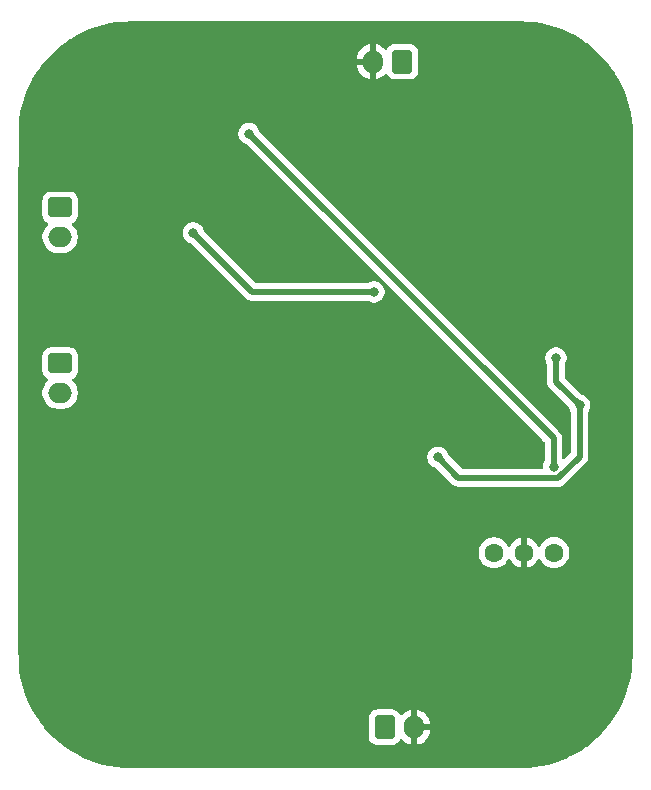
<source format=gbr>
%TF.GenerationSoftware,KiCad,Pcbnew,9.0.4*%
%TF.CreationDate,2025-11-05T15:34:37+01:00*%
%TF.ProjectId,FliperKAd,466c6970-6572-44b4-9164-2e6b69636164,rev?*%
%TF.SameCoordinates,Original*%
%TF.FileFunction,Copper,L2,Bot*%
%TF.FilePolarity,Positive*%
%FSLAX46Y46*%
G04 Gerber Fmt 4.6, Leading zero omitted, Abs format (unit mm)*
G04 Created by KiCad (PCBNEW 9.0.4) date 2025-11-05 15:34:37*
%MOMM*%
%LPD*%
G01*
G04 APERTURE LIST*
G04 Aperture macros list*
%AMRoundRect*
0 Rectangle with rounded corners*
0 $1 Rounding radius*
0 $2 $3 $4 $5 $6 $7 $8 $9 X,Y pos of 4 corners*
0 Add a 4 corners polygon primitive as box body*
4,1,4,$2,$3,$4,$5,$6,$7,$8,$9,$2,$3,0*
0 Add four circle primitives for the rounded corners*
1,1,$1+$1,$2,$3*
1,1,$1+$1,$4,$5*
1,1,$1+$1,$6,$7*
1,1,$1+$1,$8,$9*
0 Add four rect primitives between the rounded corners*
20,1,$1+$1,$2,$3,$4,$5,0*
20,1,$1+$1,$4,$5,$6,$7,0*
20,1,$1+$1,$6,$7,$8,$9,0*
20,1,$1+$1,$8,$9,$2,$3,0*%
G04 Aperture macros list end*
%TA.AperFunction,ComponentPad*%
%ADD10C,0.800000*%
%TD*%
%TA.AperFunction,ComponentPad*%
%ADD11C,6.400000*%
%TD*%
%TA.AperFunction,ComponentPad*%
%ADD12RoundRect,0.250000X-0.600000X-0.750000X0.600000X-0.750000X0.600000X0.750000X-0.600000X0.750000X0*%
%TD*%
%TA.AperFunction,ComponentPad*%
%ADD13O,1.700000X2.000000*%
%TD*%
%TA.AperFunction,ComponentPad*%
%ADD14RoundRect,0.250000X-0.750000X0.600000X-0.750000X-0.600000X0.750000X-0.600000X0.750000X0.600000X0*%
%TD*%
%TA.AperFunction,ComponentPad*%
%ADD15O,2.000000X1.700000*%
%TD*%
%TA.AperFunction,ComponentPad*%
%ADD16RoundRect,0.800000X0.000010X0.000010X-0.000010X0.000010X-0.000010X-0.000010X0.000010X-0.000010X0*%
%TD*%
%TA.AperFunction,ComponentPad*%
%ADD17RoundRect,0.250000X0.600000X0.750000X-0.600000X0.750000X-0.600000X-0.750000X0.600000X-0.750000X0*%
%TD*%
%TA.AperFunction,ViaPad*%
%ADD18C,0.800000*%
%TD*%
%TA.AperFunction,Conductor*%
%ADD19C,0.500000*%
%TD*%
G04 APERTURE END LIST*
D10*
%TO.P,H1,1,1*%
%TO.N,GND*%
X182600000Y-66900000D03*
X183302944Y-65202944D03*
X183302944Y-68597056D03*
X185000000Y-64500000D03*
D11*
X185000000Y-66900000D03*
D10*
X185000000Y-69300000D03*
X186697056Y-65202944D03*
X186697056Y-68597056D03*
X187400000Y-66900000D03*
%TD*%
D12*
%TO.P,J5,1,Pin_1*%
%TO.N,+24V*%
X208500000Y-119250000D03*
D13*
%TO.P,J5,2,Pin_2*%
%TO.N,GND*%
X211000000Y-119250000D03*
%TD*%
D10*
%TO.P,H2,1,1*%
%TO.N,GND*%
X218600000Y-66900000D03*
X219302944Y-65202944D03*
X219302944Y-68597056D03*
X221000000Y-64500000D03*
D11*
X221000000Y-66900000D03*
D10*
X221000000Y-69300000D03*
X222697056Y-65202944D03*
X222697056Y-68597056D03*
X223400000Y-66900000D03*
%TD*%
D14*
%TO.P,J3,1,Pin_1*%
%TO.N,+24V*%
X181025000Y-75250000D03*
D15*
%TO.P,J3,2,Pin_2*%
%TO.N,Sortie-Sol\u00E9noideA*%
X181025000Y-77750000D03*
%TD*%
D10*
%TO.P,H3,1,1*%
%TO.N,GND*%
X218600000Y-116250000D03*
X219302944Y-114552944D03*
X219302944Y-117947056D03*
X221000000Y-113850000D03*
D11*
X221000000Y-116250000D03*
D10*
X221000000Y-118650000D03*
X222697056Y-114552944D03*
X222697056Y-117947056D03*
X223400000Y-116250000D03*
%TD*%
D16*
%TO.P,U5,1,Vin*%
%TO.N,+24V*%
X217750000Y-104480000D03*
%TO.P,U5,2,Gnd*%
%TO.N,GND*%
X220295000Y-104470000D03*
%TO.P,U5,3,Vout*%
%TO.N,/12test*%
X222850000Y-104470000D03*
%TD*%
D10*
%TO.P,H4,1,1*%
%TO.N,GND*%
X182600000Y-116250000D03*
X183302944Y-114552944D03*
X183302944Y-117947056D03*
X185000000Y-113850000D03*
D11*
X185000000Y-116250000D03*
D10*
X185000000Y-118650000D03*
X186697056Y-114552944D03*
X186697056Y-117947056D03*
X187400000Y-116250000D03*
%TD*%
D17*
%TO.P,J1,1,Pin_1*%
%TO.N,Bouton_Actif*%
X210000000Y-62900000D03*
D13*
%TO.P,J1,2,Pin_2*%
%TO.N,GND*%
X207500000Y-62900000D03*
%TD*%
D14*
%TO.P,J4,1,Pin_1*%
%TO.N,+24V*%
X181025000Y-88450000D03*
D15*
%TO.P,J4,2,Pin_2*%
%TO.N,Sortie-Sol\u00E9noideB*%
X181025000Y-90950000D03*
%TD*%
D18*
%TO.N,+24V*%
X225000000Y-92000000D03*
X223000000Y-88000000D03*
X213000000Y-96400000D03*
%TO.N,GND*%
X221780000Y-86025000D03*
X227000000Y-85000000D03*
X210600000Y-96400000D03*
X196000000Y-86000000D03*
X199000000Y-86000000D03*
X227000000Y-91000000D03*
X202200000Y-78400000D03*
X227000000Y-65000000D03*
X190000000Y-64000000D03*
X210000000Y-79900000D03*
X213000000Y-114000000D03*
X223000000Y-72000000D03*
X218100000Y-81400000D03*
X227000000Y-114000000D03*
X189000000Y-93800000D03*
X203000000Y-61000000D03*
X227000000Y-69000000D03*
X227000000Y-88000000D03*
X215000000Y-61000000D03*
X202000000Y-120000000D03*
X205000000Y-84000000D03*
X222300000Y-92100000D03*
X196000000Y-74000000D03*
X227000000Y-72000000D03*
X203000000Y-64000000D03*
X219000000Y-72000000D03*
X227000000Y-111000000D03*
X192000000Y-86000000D03*
X216000000Y-77000000D03*
X216000000Y-112000000D03*
X207800000Y-77800000D03*
X227000000Y-118000000D03*
X223000000Y-61000000D03*
X216000000Y-96000000D03*
X206000000Y-86000000D03*
X216000000Y-119000000D03*
X227000000Y-76000000D03*
X219000000Y-61000000D03*
X215000000Y-72000000D03*
X216000000Y-116000000D03*
X215000000Y-69000000D03*
X192000000Y-81000000D03*
X198000000Y-121000000D03*
X215000000Y-65000000D03*
%TO.N,+3.3V*%
X192300000Y-77400000D03*
X207600000Y-82400000D03*
%TO.N,+12V*%
X222800000Y-97200000D03*
X197000000Y-69000000D03*
%TD*%
D19*
%TO.N,+24V*%
X223193918Y-98151000D02*
X214751000Y-98151000D01*
X223000000Y-88000000D02*
X223000000Y-90000000D01*
X223000000Y-90000000D02*
X225000000Y-92000000D01*
X225000000Y-96344918D02*
X223193918Y-98151000D01*
X225000000Y-92000000D02*
X225000000Y-96344918D01*
X214751000Y-98151000D02*
X213000000Y-96400000D01*
%TO.N,+3.3V*%
X197300000Y-82400000D02*
X192300000Y-77400000D01*
X207600000Y-82400000D02*
X197300000Y-82400000D01*
%TO.N,+12V*%
X222800000Y-97200000D02*
X222800000Y-94800000D01*
X222800000Y-94800000D02*
X197000000Y-69000000D01*
%TD*%
%TA.AperFunction,Conductor*%
%TO.N,GND*%
G36*
X220011941Y-59500561D02*
G01*
X220602598Y-59519123D01*
X220610340Y-59519610D01*
X221196734Y-59575040D01*
X221204459Y-59576016D01*
X221786188Y-59668153D01*
X221793802Y-59669605D01*
X222368649Y-59798098D01*
X222376172Y-59800031D01*
X222941789Y-59964358D01*
X222949139Y-59966746D01*
X223503338Y-60166270D01*
X223510561Y-60169129D01*
X224048049Y-60401721D01*
X224051113Y-60403047D01*
X224058162Y-60406364D01*
X224582951Y-60673758D01*
X224589777Y-60677511D01*
X225096734Y-60977324D01*
X225103311Y-60981498D01*
X225590446Y-61312555D01*
X225596748Y-61317134D01*
X226062118Y-61678112D01*
X226068121Y-61683077D01*
X226424427Y-61997203D01*
X226505653Y-62068814D01*
X226509940Y-62072593D01*
X226515618Y-62077926D01*
X226932073Y-62494381D01*
X226937406Y-62500059D01*
X227326922Y-62941878D01*
X227331887Y-62947881D01*
X227692865Y-63413251D01*
X227697444Y-63419553D01*
X228028501Y-63906688D01*
X228032675Y-63913265D01*
X228332488Y-64420222D01*
X228336241Y-64427048D01*
X228603635Y-64951837D01*
X228606952Y-64958886D01*
X228840868Y-65499434D01*
X228843735Y-65506676D01*
X229043246Y-66060840D01*
X229045648Y-66068234D01*
X229209965Y-66633816D01*
X229211903Y-66641361D01*
X229340390Y-67216178D01*
X229341849Y-67223830D01*
X229433982Y-67805538D01*
X229434959Y-67813267D01*
X229490388Y-68399643D01*
X229490877Y-68407417D01*
X229509438Y-68998044D01*
X229509499Y-69001967D01*
X229499514Y-113126077D01*
X229499514Y-113126079D01*
X229499511Y-113134794D01*
X229499311Y-113135556D01*
X229499496Y-113199668D01*
X229499496Y-113199858D01*
X229499489Y-113199879D01*
X229499445Y-113203371D01*
X229482527Y-113795168D01*
X229482059Y-113802959D01*
X229428126Y-114390570D01*
X229427168Y-114398315D01*
X229336381Y-114981333D01*
X229334939Y-114989003D01*
X229207648Y-115565202D01*
X229205725Y-115572765D01*
X229042452Y-116139772D01*
X229040058Y-116147200D01*
X228841432Y-116702837D01*
X228838575Y-116710100D01*
X228605390Y-117252139D01*
X228602082Y-117259207D01*
X228335257Y-117785512D01*
X228331510Y-117792358D01*
X228032122Y-118300809D01*
X228027953Y-118307406D01*
X227697155Y-118796044D01*
X227692578Y-118802366D01*
X227331713Y-119269204D01*
X227326749Y-119275225D01*
X226937217Y-119718457D01*
X226931883Y-119724154D01*
X226515252Y-120141993D01*
X226509570Y-120147344D01*
X226067477Y-120538148D01*
X226061471Y-120543130D01*
X225595652Y-120905364D01*
X225589343Y-120909958D01*
X225101690Y-121242150D01*
X225095105Y-121246339D01*
X224587503Y-121547209D01*
X224580668Y-121550975D01*
X224055136Y-121819321D01*
X224048077Y-121822649D01*
X223506729Y-122057396D01*
X223499475Y-122060274D01*
X222944419Y-122260505D01*
X222936998Y-122262921D01*
X222370457Y-122427836D01*
X222362899Y-122429781D01*
X221787084Y-122558736D01*
X221779418Y-122560201D01*
X221196646Y-122652675D01*
X221188904Y-122653655D01*
X220601465Y-122709288D01*
X220593676Y-122709779D01*
X220002890Y-122728378D01*
X219998988Y-122728439D01*
X187000744Y-122728426D01*
X186996850Y-122728365D01*
X186959461Y-122727190D01*
X186407418Y-122709841D01*
X186399644Y-122709352D01*
X185813269Y-122653923D01*
X185805540Y-122652946D01*
X185223833Y-122560813D01*
X185216181Y-122559354D01*
X184641365Y-122430867D01*
X184633820Y-122428929D01*
X184068245Y-122264613D01*
X184060836Y-122262206D01*
X183506676Y-122062696D01*
X183499434Y-122059829D01*
X182958892Y-121825915D01*
X182951843Y-121822598D01*
X182427056Y-121555204D01*
X182420230Y-121551451D01*
X181913274Y-121251638D01*
X181906697Y-121247464D01*
X181419571Y-120916413D01*
X181413268Y-120911834D01*
X181001860Y-120592712D01*
X180947880Y-120550841D01*
X180941881Y-120545878D01*
X180810129Y-120429723D01*
X180500071Y-120156369D01*
X180494393Y-120151036D01*
X180077933Y-119734574D01*
X180072600Y-119728895D01*
X180061344Y-119716127D01*
X179683094Y-119287085D01*
X179678134Y-119281089D01*
X179673585Y-119275225D01*
X179460100Y-119000000D01*
X179317151Y-118815710D01*
X179312572Y-118809408D01*
X179113535Y-118516532D01*
X179068308Y-118449983D01*
X207149500Y-118449983D01*
X207149500Y-120050001D01*
X207149501Y-120050018D01*
X207160000Y-120152796D01*
X207160001Y-120152799D01*
X207194031Y-120255493D01*
X207215186Y-120319334D01*
X207307288Y-120468656D01*
X207431344Y-120592712D01*
X207580666Y-120684814D01*
X207747203Y-120739999D01*
X207849991Y-120750500D01*
X209150008Y-120750499D01*
X209252797Y-120739999D01*
X209419334Y-120684814D01*
X209568656Y-120592712D01*
X209692712Y-120468656D01*
X209784814Y-120319334D01*
X209784814Y-120319331D01*
X209788448Y-120313441D01*
X209840395Y-120266716D01*
X209909358Y-120255493D01*
X209973440Y-120283336D01*
X209981668Y-120290856D01*
X210120535Y-120429723D01*
X210120540Y-120429727D01*
X210292442Y-120554620D01*
X210481782Y-120651095D01*
X210683871Y-120716757D01*
X210750000Y-120727231D01*
X210750000Y-119683012D01*
X210807007Y-119715925D01*
X210934174Y-119750000D01*
X211065826Y-119750000D01*
X211192993Y-119715925D01*
X211250000Y-119683012D01*
X211250000Y-120727230D01*
X211316126Y-120716757D01*
X211316129Y-120716757D01*
X211518217Y-120651095D01*
X211707557Y-120554620D01*
X211879459Y-120429727D01*
X211879464Y-120429723D01*
X212029723Y-120279464D01*
X212029727Y-120279459D01*
X212154620Y-120107557D01*
X212251095Y-119918217D01*
X212316757Y-119716130D01*
X212316757Y-119716127D01*
X212350000Y-119506246D01*
X212350000Y-119500000D01*
X211433012Y-119500000D01*
X211465925Y-119442993D01*
X211500000Y-119315826D01*
X211500000Y-119184174D01*
X211465925Y-119057007D01*
X211433012Y-119000000D01*
X212350000Y-119000000D01*
X212350000Y-118993753D01*
X212316757Y-118783872D01*
X212316757Y-118783869D01*
X212251095Y-118581782D01*
X212154620Y-118392442D01*
X212029727Y-118220540D01*
X212029723Y-118220535D01*
X211879464Y-118070276D01*
X211879459Y-118070272D01*
X211707557Y-117945379D01*
X211518215Y-117848903D01*
X211316124Y-117783241D01*
X211250000Y-117772768D01*
X211250000Y-118816988D01*
X211192993Y-118784075D01*
X211065826Y-118750000D01*
X210934174Y-118750000D01*
X210807007Y-118784075D01*
X210750000Y-118816988D01*
X210750000Y-117772768D01*
X210749999Y-117772768D01*
X210683875Y-117783241D01*
X210481784Y-117848903D01*
X210292442Y-117945379D01*
X210120541Y-118070271D01*
X209981668Y-118209144D01*
X209920345Y-118242628D01*
X209850653Y-118237644D01*
X209794720Y-118195772D01*
X209788448Y-118186558D01*
X209692712Y-118031344D01*
X209568657Y-117907289D01*
X209568656Y-117907288D01*
X209473998Y-117848903D01*
X209419336Y-117815187D01*
X209419331Y-117815185D01*
X209398774Y-117808373D01*
X209252797Y-117760001D01*
X209252795Y-117760000D01*
X209150010Y-117749500D01*
X207849998Y-117749500D01*
X207849981Y-117749501D01*
X207747203Y-117760000D01*
X207747200Y-117760001D01*
X207580668Y-117815185D01*
X207580663Y-117815187D01*
X207431342Y-117907289D01*
X207307289Y-118031342D01*
X207215187Y-118180663D01*
X207215185Y-118180668D01*
X207210180Y-118195772D01*
X207160001Y-118347203D01*
X207160001Y-118347204D01*
X207160000Y-118347204D01*
X207149500Y-118449983D01*
X179068308Y-118449983D01*
X178981517Y-118322273D01*
X178977343Y-118315696D01*
X178677531Y-117808739D01*
X178673778Y-117801913D01*
X178406387Y-117277125D01*
X178403070Y-117270076D01*
X178169155Y-116729528D01*
X178166288Y-116722285D01*
X178160611Y-116706516D01*
X177966782Y-116168133D01*
X177964379Y-116160737D01*
X177960446Y-116147200D01*
X177800055Y-115595124D01*
X177798121Y-115587587D01*
X177793117Y-115565202D01*
X177669638Y-115012778D01*
X177668181Y-115005135D01*
X177665024Y-114985205D01*
X177576049Y-114423424D01*
X177575072Y-114415696D01*
X177572697Y-114390570D01*
X177519643Y-113829304D01*
X177519157Y-113821564D01*
X177500536Y-113228966D01*
X177500534Y-113228966D01*
X177500500Y-113227915D01*
X177500500Y-113163074D01*
X177498077Y-113154034D01*
X177497610Y-113139776D01*
X177497920Y-113138573D01*
X177497543Y-113135704D01*
X177497544Y-113126077D01*
X177498127Y-104423214D01*
X216449500Y-104423214D01*
X216449500Y-104536785D01*
X216464364Y-104706687D01*
X216464366Y-104706697D01*
X216523258Y-104926488D01*
X216523261Y-104926497D01*
X216619431Y-105132732D01*
X216619432Y-105132734D01*
X216749954Y-105319141D01*
X216910858Y-105480045D01*
X216910861Y-105480047D01*
X217097266Y-105610568D01*
X217303504Y-105706739D01*
X217523308Y-105765635D01*
X217693214Y-105780499D01*
X217693215Y-105780500D01*
X217693216Y-105780500D01*
X217806785Y-105780500D01*
X217806785Y-105780499D01*
X217976692Y-105765635D01*
X218196496Y-105706739D01*
X218402734Y-105610568D01*
X218589139Y-105480047D01*
X218750047Y-105319139D01*
X218880568Y-105132734D01*
X218912725Y-105063772D01*
X218958897Y-105011333D01*
X219026090Y-104992181D01*
X219092972Y-105012397D01*
X219137489Y-105063772D01*
X219164866Y-105122482D01*
X219295342Y-105308820D01*
X219456179Y-105469657D01*
X219642517Y-105600134D01*
X219848673Y-105696265D01*
X219848682Y-105696269D01*
X220044999Y-105748872D01*
X220045000Y-105748871D01*
X220045000Y-104903012D01*
X220102007Y-104935925D01*
X220229174Y-104970000D01*
X220360826Y-104970000D01*
X220487993Y-104935925D01*
X220545000Y-104903012D01*
X220545000Y-105748872D01*
X220741317Y-105696269D01*
X220741326Y-105696265D01*
X220947482Y-105600134D01*
X221133820Y-105469657D01*
X221294657Y-105308820D01*
X221425134Y-105122481D01*
X221425135Y-105122479D01*
X221459842Y-105048051D01*
X221506014Y-104995611D01*
X221573207Y-104976459D01*
X221640088Y-104996674D01*
X221684606Y-105048050D01*
X221719431Y-105122732D01*
X221719432Y-105122734D01*
X221849954Y-105309141D01*
X222010858Y-105470045D01*
X222010861Y-105470047D01*
X222197266Y-105600568D01*
X222403504Y-105696739D01*
X222623308Y-105755635D01*
X222793214Y-105770499D01*
X222793215Y-105770500D01*
X222793216Y-105770500D01*
X222906785Y-105770500D01*
X222906785Y-105770499D01*
X223076692Y-105755635D01*
X223296496Y-105696739D01*
X223502734Y-105600568D01*
X223689139Y-105470047D01*
X223850047Y-105309139D01*
X223980568Y-105122734D01*
X224076739Y-104916496D01*
X224135635Y-104696692D01*
X224150500Y-104526784D01*
X224150500Y-104413216D01*
X224135635Y-104243308D01*
X224079420Y-104033511D01*
X224076741Y-104023511D01*
X224076738Y-104023502D01*
X224067679Y-104004075D01*
X223980568Y-103817266D01*
X223850047Y-103630861D01*
X223850045Y-103630858D01*
X223689141Y-103469954D01*
X223502734Y-103339432D01*
X223502732Y-103339431D01*
X223296497Y-103243261D01*
X223296488Y-103243258D01*
X223076697Y-103184366D01*
X223076687Y-103184364D01*
X222906785Y-103169500D01*
X222906784Y-103169500D01*
X222793216Y-103169500D01*
X222793215Y-103169500D01*
X222623312Y-103184364D01*
X222623302Y-103184366D01*
X222403511Y-103243258D01*
X222403502Y-103243261D01*
X222197267Y-103339431D01*
X222197265Y-103339432D01*
X222010858Y-103469954D01*
X221849954Y-103630858D01*
X221719433Y-103817264D01*
X221684606Y-103891950D01*
X221638433Y-103944389D01*
X221571239Y-103963540D01*
X221504358Y-103943324D01*
X221459842Y-103891949D01*
X221425134Y-103817517D01*
X221294657Y-103631179D01*
X221133820Y-103470342D01*
X220947482Y-103339865D01*
X220741328Y-103243734D01*
X220545000Y-103191127D01*
X220545000Y-104036988D01*
X220487993Y-104004075D01*
X220360826Y-103970000D01*
X220229174Y-103970000D01*
X220102007Y-104004075D01*
X220045000Y-104036988D01*
X220045000Y-103191127D01*
X219848671Y-103243734D01*
X219642517Y-103339865D01*
X219456179Y-103470342D01*
X219295342Y-103631179D01*
X219164865Y-103817517D01*
X219132826Y-103886227D01*
X219086653Y-103938666D01*
X219019460Y-103957818D01*
X218952579Y-103937602D01*
X218908062Y-103886227D01*
X218880568Y-103827267D01*
X218880567Y-103827265D01*
X218873741Y-103817517D01*
X218750047Y-103640861D01*
X218750045Y-103640858D01*
X218589141Y-103479954D01*
X218402734Y-103349432D01*
X218402732Y-103349431D01*
X218196497Y-103253261D01*
X218196488Y-103253258D01*
X217976697Y-103194366D01*
X217976687Y-103194364D01*
X217806785Y-103179500D01*
X217806784Y-103179500D01*
X217693216Y-103179500D01*
X217693215Y-103179500D01*
X217523312Y-103194364D01*
X217523302Y-103194366D01*
X217303511Y-103253258D01*
X217303502Y-103253261D01*
X217097267Y-103349431D01*
X217097265Y-103349432D01*
X216910858Y-103479954D01*
X216749954Y-103640858D01*
X216619432Y-103827265D01*
X216619431Y-103827267D01*
X216523261Y-104033502D01*
X216523258Y-104033511D01*
X216464366Y-104253302D01*
X216464364Y-104253312D01*
X216449500Y-104423214D01*
X177498127Y-104423214D01*
X177499240Y-87799983D01*
X179524500Y-87799983D01*
X179524500Y-89100001D01*
X179524501Y-89100018D01*
X179535000Y-89202796D01*
X179535001Y-89202799D01*
X179590185Y-89369331D01*
X179590187Y-89369336D01*
X179682289Y-89518657D01*
X179806344Y-89642712D01*
X179961120Y-89738178D01*
X180007845Y-89790126D01*
X180019068Y-89859088D01*
X179991224Y-89923171D01*
X179983706Y-89931398D01*
X179844889Y-90070215D01*
X179719951Y-90242179D01*
X179623444Y-90431585D01*
X179557753Y-90633760D01*
X179524500Y-90843713D01*
X179524500Y-91056287D01*
X179557754Y-91266243D01*
X179568896Y-91300535D01*
X179623444Y-91468414D01*
X179719951Y-91657820D01*
X179844890Y-91829786D01*
X179995213Y-91980109D01*
X180167179Y-92105048D01*
X180167181Y-92105049D01*
X180167184Y-92105051D01*
X180356588Y-92201557D01*
X180558757Y-92267246D01*
X180768713Y-92300500D01*
X180768714Y-92300500D01*
X181281286Y-92300500D01*
X181281287Y-92300500D01*
X181491243Y-92267246D01*
X181693412Y-92201557D01*
X181882816Y-92105051D01*
X181905334Y-92088691D01*
X182054786Y-91980109D01*
X182054788Y-91980106D01*
X182054792Y-91980104D01*
X182205104Y-91829792D01*
X182205106Y-91829788D01*
X182205109Y-91829786D01*
X182330048Y-91657820D01*
X182330047Y-91657820D01*
X182330051Y-91657816D01*
X182426557Y-91468412D01*
X182492246Y-91266243D01*
X182525500Y-91056287D01*
X182525500Y-90843713D01*
X182492246Y-90633757D01*
X182426557Y-90431588D01*
X182330051Y-90242184D01*
X182330049Y-90242181D01*
X182330048Y-90242179D01*
X182205109Y-90070213D01*
X182066294Y-89931398D01*
X182032809Y-89870075D01*
X182037793Y-89800383D01*
X182079665Y-89744450D01*
X182088879Y-89738178D01*
X182094331Y-89734814D01*
X182094334Y-89734814D01*
X182243656Y-89642712D01*
X182367712Y-89518656D01*
X182459814Y-89369334D01*
X182514999Y-89202797D01*
X182525500Y-89100009D01*
X182525499Y-87799992D01*
X182514999Y-87697203D01*
X182459814Y-87530666D01*
X182367712Y-87381344D01*
X182243656Y-87257288D01*
X182094334Y-87165186D01*
X181927797Y-87110001D01*
X181927795Y-87110000D01*
X181825010Y-87099500D01*
X180224998Y-87099500D01*
X180224981Y-87099501D01*
X180122203Y-87110000D01*
X180122200Y-87110001D01*
X179955668Y-87165185D01*
X179955663Y-87165187D01*
X179806342Y-87257289D01*
X179682289Y-87381342D01*
X179590187Y-87530663D01*
X179590186Y-87530666D01*
X179535001Y-87697203D01*
X179535001Y-87697204D01*
X179535000Y-87697204D01*
X179524500Y-87799983D01*
X177499240Y-87799983D01*
X177500124Y-74599983D01*
X179524500Y-74599983D01*
X179524500Y-75900001D01*
X179524501Y-75900018D01*
X179535000Y-76002796D01*
X179535001Y-76002799D01*
X179590185Y-76169331D01*
X179590187Y-76169336D01*
X179682289Y-76318657D01*
X179806344Y-76442712D01*
X179961120Y-76538178D01*
X180007845Y-76590126D01*
X180019068Y-76659088D01*
X179991224Y-76723171D01*
X179983706Y-76731398D01*
X179844889Y-76870215D01*
X179719951Y-77042179D01*
X179623444Y-77231585D01*
X179557753Y-77433760D01*
X179524500Y-77643713D01*
X179524500Y-77856286D01*
X179543149Y-77974035D01*
X179557754Y-78066243D01*
X179568548Y-78099464D01*
X179623444Y-78268414D01*
X179719951Y-78457820D01*
X179844890Y-78629786D01*
X179995213Y-78780109D01*
X180167179Y-78905048D01*
X180167181Y-78905049D01*
X180167184Y-78905051D01*
X180356588Y-79001557D01*
X180558757Y-79067246D01*
X180768713Y-79100500D01*
X180768714Y-79100500D01*
X181281286Y-79100500D01*
X181281287Y-79100500D01*
X181491243Y-79067246D01*
X181693412Y-79001557D01*
X181882816Y-78905051D01*
X181904789Y-78889086D01*
X182054786Y-78780109D01*
X182054788Y-78780106D01*
X182054792Y-78780104D01*
X182205104Y-78629792D01*
X182205106Y-78629788D01*
X182205109Y-78629786D01*
X182330048Y-78457820D01*
X182330047Y-78457820D01*
X182330051Y-78457816D01*
X182426557Y-78268412D01*
X182492246Y-78066243D01*
X182525500Y-77856287D01*
X182525500Y-77643713D01*
X182492246Y-77433757D01*
X182452458Y-77311304D01*
X191399500Y-77311304D01*
X191399500Y-77488695D01*
X191434103Y-77662658D01*
X191434106Y-77662667D01*
X191501983Y-77826540D01*
X191501990Y-77826553D01*
X191600535Y-77974034D01*
X191600538Y-77974038D01*
X191725961Y-78099461D01*
X191725965Y-78099464D01*
X191873446Y-78198009D01*
X191873459Y-78198016D01*
X191950106Y-78229763D01*
X192037334Y-78265894D01*
X192084318Y-78275239D01*
X192146227Y-78307622D01*
X192147807Y-78309175D01*
X196821578Y-82982947D01*
X196821585Y-82982953D01*
X196879704Y-83021786D01*
X196879706Y-83021787D01*
X196879709Y-83021789D01*
X196944505Y-83065084D01*
X196944506Y-83065084D01*
X196944507Y-83065085D01*
X197027506Y-83099464D01*
X197081087Y-83121658D01*
X197081091Y-83121658D01*
X197081092Y-83121659D01*
X197226079Y-83150500D01*
X197226082Y-83150500D01*
X197226083Y-83150500D01*
X197373918Y-83150500D01*
X207064730Y-83150500D01*
X207131769Y-83170185D01*
X207133622Y-83171399D01*
X207173447Y-83198010D01*
X207173450Y-83198011D01*
X207173453Y-83198013D01*
X207337334Y-83265894D01*
X207337336Y-83265894D01*
X207337341Y-83265896D01*
X207511304Y-83300499D01*
X207511307Y-83300500D01*
X207511309Y-83300500D01*
X207688693Y-83300500D01*
X207688694Y-83300499D01*
X207746682Y-83288964D01*
X207862658Y-83265896D01*
X207862661Y-83265894D01*
X207862666Y-83265894D01*
X208026547Y-83198013D01*
X208174035Y-83099464D01*
X208299464Y-82974035D01*
X208398013Y-82826547D01*
X208465894Y-82662666D01*
X208500500Y-82488691D01*
X208500500Y-82311309D01*
X208500500Y-82311306D01*
X208500499Y-82311304D01*
X208465896Y-82137341D01*
X208465893Y-82137332D01*
X208398016Y-81973459D01*
X208398009Y-81973446D01*
X208299464Y-81825965D01*
X208299461Y-81825961D01*
X208174038Y-81700538D01*
X208174034Y-81700535D01*
X208026553Y-81601990D01*
X208026540Y-81601983D01*
X207862667Y-81534106D01*
X207862658Y-81534103D01*
X207688694Y-81499500D01*
X207688691Y-81499500D01*
X207511309Y-81499500D01*
X207511306Y-81499500D01*
X207337341Y-81534103D01*
X207337332Y-81534106D01*
X207173452Y-81601987D01*
X207173447Y-81601989D01*
X207133622Y-81628601D01*
X207066945Y-81649480D01*
X207064730Y-81649500D01*
X197662230Y-81649500D01*
X197595191Y-81629815D01*
X197574549Y-81613181D01*
X193209175Y-77247807D01*
X193175690Y-77186484D01*
X193175262Y-77184432D01*
X193165894Y-77137334D01*
X193126480Y-77042179D01*
X193098016Y-76973459D01*
X193098009Y-76973446D01*
X192999464Y-76825965D01*
X192999461Y-76825961D01*
X192874038Y-76700538D01*
X192874034Y-76700535D01*
X192726553Y-76601990D01*
X192726540Y-76601983D01*
X192562667Y-76534106D01*
X192562658Y-76534103D01*
X192388694Y-76499500D01*
X192388691Y-76499500D01*
X192211309Y-76499500D01*
X192211306Y-76499500D01*
X192037341Y-76534103D01*
X192037332Y-76534106D01*
X191873459Y-76601983D01*
X191873446Y-76601990D01*
X191725965Y-76700535D01*
X191725961Y-76700538D01*
X191600538Y-76825961D01*
X191600535Y-76825965D01*
X191501990Y-76973446D01*
X191501983Y-76973459D01*
X191434106Y-77137332D01*
X191434103Y-77137341D01*
X191399500Y-77311304D01*
X182452458Y-77311304D01*
X182426557Y-77231588D01*
X182426555Y-77231585D01*
X182426555Y-77231583D01*
X182330048Y-77042179D01*
X182205109Y-76870213D01*
X182066294Y-76731398D01*
X182032809Y-76670075D01*
X182037793Y-76600383D01*
X182079665Y-76544450D01*
X182088879Y-76538178D01*
X182094331Y-76534814D01*
X182094334Y-76534814D01*
X182243656Y-76442712D01*
X182367712Y-76318656D01*
X182459814Y-76169334D01*
X182514999Y-76002797D01*
X182525500Y-75900009D01*
X182525499Y-74599992D01*
X182514999Y-74497203D01*
X182459814Y-74330666D01*
X182367712Y-74181344D01*
X182243656Y-74057288D01*
X182094334Y-73965186D01*
X181927797Y-73910001D01*
X181927795Y-73910000D01*
X181825010Y-73899500D01*
X180224998Y-73899500D01*
X180224981Y-73899501D01*
X180122203Y-73910000D01*
X180122200Y-73910001D01*
X179955668Y-73965185D01*
X179955663Y-73965187D01*
X179806342Y-74057289D01*
X179682289Y-74181342D01*
X179590187Y-74330663D01*
X179590186Y-74330666D01*
X179535001Y-74497203D01*
X179535001Y-74497204D01*
X179535000Y-74497204D01*
X179524500Y-74599983D01*
X177500124Y-74599983D01*
X177500495Y-69051966D01*
X177500500Y-69051949D01*
X177500500Y-68987999D01*
X177500561Y-68984115D01*
X177502849Y-68911304D01*
X196099500Y-68911304D01*
X196099500Y-69088695D01*
X196134103Y-69262658D01*
X196134106Y-69262667D01*
X196201983Y-69426540D01*
X196201990Y-69426553D01*
X196300535Y-69574034D01*
X196300538Y-69574038D01*
X196425961Y-69699461D01*
X196425965Y-69699464D01*
X196573446Y-69798009D01*
X196573459Y-69798016D01*
X196650106Y-69829763D01*
X196737334Y-69865894D01*
X196784318Y-69875239D01*
X196846227Y-69907622D01*
X196847807Y-69909175D01*
X222013181Y-95074549D01*
X222046666Y-95135872D01*
X222049500Y-95162230D01*
X222049500Y-96664729D01*
X222029815Y-96731768D01*
X222028602Y-96733620D01*
X222001988Y-96773449D01*
X222001987Y-96773452D01*
X221934106Y-96937332D01*
X221934103Y-96937341D01*
X221899500Y-97111304D01*
X221899500Y-97276500D01*
X221879815Y-97343539D01*
X221827011Y-97389294D01*
X221775500Y-97400500D01*
X215113230Y-97400500D01*
X215046191Y-97380815D01*
X215025549Y-97364181D01*
X213909175Y-96247807D01*
X213875690Y-96186484D01*
X213875262Y-96184432D01*
X213865894Y-96137334D01*
X213801838Y-95982687D01*
X213798016Y-95973459D01*
X213798009Y-95973446D01*
X213699464Y-95825965D01*
X213699461Y-95825961D01*
X213574038Y-95700538D01*
X213574034Y-95700535D01*
X213426553Y-95601990D01*
X213426540Y-95601983D01*
X213262667Y-95534106D01*
X213262658Y-95534103D01*
X213088694Y-95499500D01*
X213088691Y-95499500D01*
X212911309Y-95499500D01*
X212911306Y-95499500D01*
X212737341Y-95534103D01*
X212737332Y-95534106D01*
X212573459Y-95601983D01*
X212573446Y-95601990D01*
X212425965Y-95700535D01*
X212425961Y-95700538D01*
X212300538Y-95825961D01*
X212300535Y-95825965D01*
X212201990Y-95973446D01*
X212201983Y-95973459D01*
X212134106Y-96137332D01*
X212134103Y-96137341D01*
X212099500Y-96311304D01*
X212099500Y-96488695D01*
X212134103Y-96662658D01*
X212134106Y-96662667D01*
X212201983Y-96826540D01*
X212201990Y-96826553D01*
X212300535Y-96974034D01*
X212300538Y-96974038D01*
X212425961Y-97099461D01*
X212425965Y-97099464D01*
X212573446Y-97198009D01*
X212573459Y-97198016D01*
X212650106Y-97229763D01*
X212737334Y-97265894D01*
X212784318Y-97275239D01*
X212846227Y-97307622D01*
X212847807Y-97309175D01*
X214272586Y-98733954D01*
X214302058Y-98753645D01*
X214346270Y-98783186D01*
X214395505Y-98816084D01*
X214395506Y-98816084D01*
X214395507Y-98816085D01*
X214395509Y-98816086D01*
X214532082Y-98872656D01*
X214532087Y-98872658D01*
X214532091Y-98872658D01*
X214532092Y-98872659D01*
X214677079Y-98901500D01*
X214677082Y-98901500D01*
X223267838Y-98901500D01*
X223365380Y-98882096D01*
X223412831Y-98872658D01*
X223549413Y-98816084D01*
X223598647Y-98783186D01*
X223598652Y-98783183D01*
X223622989Y-98766921D01*
X223672334Y-98733952D01*
X225582952Y-96823333D01*
X225628280Y-96755494D01*
X225665084Y-96700413D01*
X225688518Y-96643838D01*
X225721659Y-96563830D01*
X225750500Y-96418835D01*
X225750500Y-96271000D01*
X225750500Y-92535269D01*
X225770185Y-92468230D01*
X225771398Y-92466378D01*
X225798013Y-92426547D01*
X225865894Y-92262666D01*
X225875241Y-92215679D01*
X225900499Y-92088695D01*
X225900500Y-92088693D01*
X225900500Y-91911306D01*
X225900499Y-91911304D01*
X225865896Y-91737341D01*
X225865893Y-91737332D01*
X225798016Y-91573459D01*
X225798009Y-91573446D01*
X225699464Y-91425965D01*
X225699461Y-91425961D01*
X225574038Y-91300538D01*
X225574034Y-91300535D01*
X225426553Y-91201990D01*
X225426540Y-91201983D01*
X225262670Y-91134107D01*
X225262660Y-91134104D01*
X225215679Y-91124759D01*
X225153768Y-91092374D01*
X225152190Y-91090823D01*
X223786819Y-89725451D01*
X223753334Y-89664128D01*
X223750500Y-89637770D01*
X223750500Y-88535269D01*
X223770185Y-88468230D01*
X223771398Y-88466378D01*
X223798013Y-88426547D01*
X223865894Y-88262666D01*
X223900500Y-88088691D01*
X223900500Y-87911309D01*
X223900500Y-87911306D01*
X223900499Y-87911304D01*
X223865896Y-87737341D01*
X223865893Y-87737332D01*
X223798016Y-87573459D01*
X223798009Y-87573446D01*
X223699464Y-87425965D01*
X223699461Y-87425961D01*
X223574038Y-87300538D01*
X223574034Y-87300535D01*
X223426553Y-87201990D01*
X223426540Y-87201983D01*
X223262667Y-87134106D01*
X223262658Y-87134103D01*
X223088694Y-87099500D01*
X223088691Y-87099500D01*
X222911309Y-87099500D01*
X222911306Y-87099500D01*
X222737341Y-87134103D01*
X222737332Y-87134106D01*
X222573459Y-87201983D01*
X222573446Y-87201990D01*
X222425965Y-87300535D01*
X222425961Y-87300538D01*
X222300538Y-87425961D01*
X222300535Y-87425965D01*
X222201990Y-87573446D01*
X222201983Y-87573459D01*
X222134106Y-87737332D01*
X222134103Y-87737341D01*
X222099500Y-87911304D01*
X222099500Y-88088695D01*
X222134103Y-88262658D01*
X222134106Y-88262667D01*
X222201984Y-88426542D01*
X222201985Y-88426543D01*
X222201987Y-88426547D01*
X222228602Y-88466378D01*
X222249480Y-88533055D01*
X222249500Y-88535269D01*
X222249500Y-90073918D01*
X222249500Y-90073920D01*
X222249499Y-90073920D01*
X222278340Y-90218907D01*
X222278343Y-90218917D01*
X222334914Y-90355492D01*
X222367812Y-90404727D01*
X222367813Y-90404730D01*
X222417046Y-90478414D01*
X222417052Y-90478421D01*
X224090823Y-92152190D01*
X224124308Y-92213513D01*
X224124759Y-92215679D01*
X224134104Y-92262660D01*
X224134107Y-92262670D01*
X224201984Y-92426542D01*
X224201985Y-92426543D01*
X224201987Y-92426547D01*
X224228602Y-92466378D01*
X224249480Y-92533055D01*
X224249500Y-92535269D01*
X224249500Y-95982687D01*
X224229815Y-96049726D01*
X224213181Y-96070368D01*
X223762181Y-96521368D01*
X223700858Y-96554853D01*
X223631166Y-96549869D01*
X223575233Y-96507997D01*
X223550816Y-96442533D01*
X223550500Y-96433687D01*
X223550500Y-94726079D01*
X223521659Y-94581092D01*
X223521658Y-94581091D01*
X223521658Y-94581087D01*
X223465084Y-94444505D01*
X223432186Y-94395270D01*
X223432185Y-94395268D01*
X223382956Y-94321589D01*
X223382952Y-94321584D01*
X197909175Y-68847807D01*
X197875690Y-68786484D01*
X197875262Y-68784432D01*
X197865894Y-68737334D01*
X197837667Y-68669187D01*
X197798016Y-68573459D01*
X197798009Y-68573446D01*
X197699464Y-68425965D01*
X197699461Y-68425961D01*
X197574038Y-68300538D01*
X197574034Y-68300535D01*
X197426553Y-68201990D01*
X197426540Y-68201983D01*
X197262667Y-68134106D01*
X197262658Y-68134103D01*
X197088694Y-68099500D01*
X197088691Y-68099500D01*
X196911309Y-68099500D01*
X196911306Y-68099500D01*
X196737341Y-68134103D01*
X196737332Y-68134106D01*
X196573459Y-68201983D01*
X196573446Y-68201990D01*
X196425965Y-68300535D01*
X196425961Y-68300538D01*
X196300538Y-68425961D01*
X196300535Y-68425965D01*
X196201990Y-68573446D01*
X196201983Y-68573459D01*
X196134106Y-68737332D01*
X196134103Y-68737341D01*
X196099500Y-68911304D01*
X177502849Y-68911304D01*
X177503163Y-68901322D01*
X177508316Y-68737341D01*
X177519096Y-68394332D01*
X177519582Y-68386596D01*
X177574932Y-67801062D01*
X177575908Y-67793343D01*
X177667908Y-67212475D01*
X177669358Y-67204873D01*
X177797663Y-66630867D01*
X177799592Y-66623359D01*
X177963671Y-66058594D01*
X177966075Y-66051198D01*
X178165288Y-65497862D01*
X178168147Y-65490639D01*
X178401727Y-64950866D01*
X178405030Y-64943846D01*
X178672040Y-64419811D01*
X178675780Y-64413009D01*
X178975163Y-63906779D01*
X178979318Y-63900232D01*
X179309901Y-63413794D01*
X179314466Y-63407512D01*
X179400838Y-63296162D01*
X179674938Y-62942795D01*
X179679866Y-62936837D01*
X179938254Y-62643753D01*
X206150000Y-62643753D01*
X206150000Y-62650000D01*
X207066988Y-62650000D01*
X207034075Y-62707007D01*
X207000000Y-62834174D01*
X207000000Y-62965826D01*
X207034075Y-63092993D01*
X207066988Y-63150000D01*
X206150000Y-63150000D01*
X206150000Y-63156246D01*
X206183242Y-63366127D01*
X206183242Y-63366130D01*
X206248904Y-63568217D01*
X206345379Y-63757557D01*
X206470272Y-63929459D01*
X206470276Y-63929464D01*
X206620535Y-64079723D01*
X206620540Y-64079727D01*
X206792442Y-64204620D01*
X206981782Y-64301095D01*
X207183871Y-64366757D01*
X207250000Y-64377231D01*
X207250000Y-63333012D01*
X207307007Y-63365925D01*
X207434174Y-63400000D01*
X207565826Y-63400000D01*
X207692993Y-63365925D01*
X207750000Y-63333012D01*
X207750000Y-64377230D01*
X207816126Y-64366757D01*
X207816129Y-64366757D01*
X208018217Y-64301095D01*
X208207557Y-64204620D01*
X208379458Y-64079728D01*
X208518330Y-63940856D01*
X208579653Y-63907371D01*
X208649345Y-63912355D01*
X208705279Y-63954226D01*
X208711551Y-63963440D01*
X208715185Y-63969331D01*
X208715186Y-63969334D01*
X208807288Y-64118656D01*
X208931344Y-64242712D01*
X209080666Y-64334814D01*
X209247203Y-64389999D01*
X209349991Y-64400500D01*
X210650008Y-64400499D01*
X210752797Y-64389999D01*
X210919334Y-64334814D01*
X211068656Y-64242712D01*
X211192712Y-64118656D01*
X211284814Y-63969334D01*
X211339999Y-63802797D01*
X211350500Y-63700009D01*
X211350499Y-62099992D01*
X211339999Y-61997203D01*
X211284814Y-61830666D01*
X211192712Y-61681344D01*
X211068656Y-61557288D01*
X210919334Y-61465186D01*
X210752797Y-61410001D01*
X210752795Y-61410000D01*
X210650010Y-61399500D01*
X209349998Y-61399500D01*
X209349981Y-61399501D01*
X209247203Y-61410000D01*
X209247200Y-61410001D01*
X209080668Y-61465185D01*
X209080663Y-61465187D01*
X208931342Y-61557289D01*
X208807289Y-61681342D01*
X208711551Y-61836559D01*
X208659603Y-61883283D01*
X208590640Y-61894506D01*
X208526558Y-61866662D01*
X208518331Y-61859143D01*
X208379464Y-61720276D01*
X208379459Y-61720272D01*
X208207557Y-61595379D01*
X208018215Y-61498903D01*
X207816124Y-61433241D01*
X207750000Y-61422768D01*
X207750000Y-62466988D01*
X207692993Y-62434075D01*
X207565826Y-62400000D01*
X207434174Y-62400000D01*
X207307007Y-62434075D01*
X207250000Y-62466988D01*
X207250000Y-61422768D01*
X207249999Y-61422768D01*
X207183875Y-61433241D01*
X206981784Y-61498903D01*
X206792442Y-61595379D01*
X206620540Y-61720272D01*
X206620535Y-61720276D01*
X206470276Y-61870535D01*
X206470272Y-61870540D01*
X206345379Y-62042442D01*
X206248904Y-62231782D01*
X206183242Y-62433869D01*
X206183242Y-62433872D01*
X206150000Y-62643753D01*
X179938254Y-62643753D01*
X180068829Y-62495644D01*
X180074131Y-62489999D01*
X180489999Y-62074131D01*
X180495644Y-62068829D01*
X180936837Y-61679866D01*
X180942795Y-61674938D01*
X181407531Y-61314451D01*
X181413794Y-61309901D01*
X181900232Y-60979318D01*
X181906779Y-60975163D01*
X182413009Y-60675780D01*
X182419811Y-60672040D01*
X182943846Y-60405030D01*
X182950866Y-60401727D01*
X183490639Y-60168147D01*
X183497852Y-60165291D01*
X184051199Y-59966074D01*
X184058594Y-59963671D01*
X184623359Y-59799592D01*
X184630867Y-59797663D01*
X185204873Y-59669358D01*
X185212475Y-59667908D01*
X185793349Y-59575907D01*
X185801062Y-59574932D01*
X186386596Y-59519582D01*
X186394332Y-59519096D01*
X186984116Y-59500561D01*
X186988011Y-59500500D01*
X187051949Y-59500500D01*
X219944108Y-59500500D01*
X220008046Y-59500500D01*
X220011941Y-59500561D01*
G37*
%TD.AperFunction*%
%TD*%
M02*

</source>
